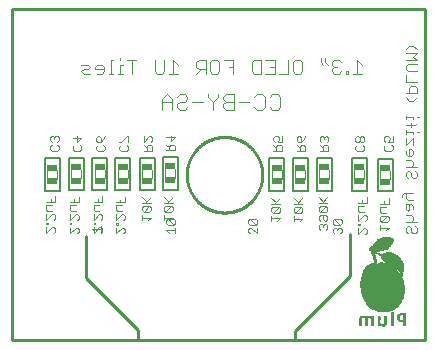
<source format=gbo>
G04 EAGLE Gerber RS-274X export*
G75*
%MOMM*%
%FSLAX34Y34*%
%LPD*%
%INSilkscreen Bottom*%
%IPPOS*%
%AMOC8*
5,1,8,0,0,1.08239X$1,22.5*%
G01*
%ADD10C,0.101600*%
%ADD11C,0.254000*%
%ADD12C,0.076200*%
%ADD13C,0.127000*%
%ADD14R,0.950000X0.500100*%
%ADD15C,0.254000*%

G36*
X317515Y23577D02*
X317515Y23577D01*
X317531Y23580D01*
X317547Y23578D01*
X317708Y23618D01*
X318141Y23806D01*
X318618Y23900D01*
X319157Y23972D01*
X319184Y23981D01*
X319221Y23985D01*
X321361Y24561D01*
X321379Y24570D01*
X321406Y24575D01*
X322436Y24960D01*
X322438Y24962D01*
X322442Y24963D01*
X322949Y25160D01*
X322972Y25175D01*
X323005Y25186D01*
X323959Y25700D01*
X323975Y25714D01*
X323999Y25725D01*
X324466Y26036D01*
X324478Y26048D01*
X324497Y26059D01*
X324938Y26404D01*
X324950Y26418D01*
X324970Y26431D01*
X325374Y26806D01*
X325795Y27160D01*
X325809Y27176D01*
X325831Y27192D01*
X326225Y27595D01*
X326230Y27603D01*
X326239Y27609D01*
X327375Y28863D01*
X327383Y28876D01*
X327397Y28889D01*
X328445Y30217D01*
X328450Y30228D01*
X328461Y30238D01*
X329439Y31619D01*
X329444Y31631D01*
X329455Y31643D01*
X330050Y32597D01*
X330054Y32608D01*
X330064Y32620D01*
X330609Y33605D01*
X330612Y33615D01*
X330619Y33625D01*
X331117Y34632D01*
X331119Y34640D01*
X331125Y34649D01*
X331355Y35161D01*
X331358Y35177D01*
X331369Y35196D01*
X331560Y35726D01*
X331561Y35731D01*
X331564Y35736D01*
X331743Y36270D01*
X331745Y36281D01*
X331751Y36293D01*
X332056Y37367D01*
X332058Y37402D01*
X332071Y37448D01*
X332131Y37980D01*
X332246Y38495D01*
X332246Y38506D01*
X332250Y38517D01*
X332444Y39628D01*
X332443Y39645D01*
X332449Y39665D01*
X332558Y40788D01*
X332558Y40796D01*
X332560Y40805D01*
X332595Y41368D01*
X332594Y41378D01*
X332596Y41390D01*
X332618Y42518D01*
X332616Y42525D01*
X332618Y42533D01*
X332604Y43662D01*
X332603Y43665D01*
X332604Y43669D01*
X332580Y44556D01*
X332574Y44797D01*
X332572Y44805D01*
X332573Y44815D01*
X332538Y45378D01*
X332532Y45400D01*
X332532Y45430D01*
X332442Y45959D01*
X332408Y46495D01*
X332399Y46527D01*
X332397Y46572D01*
X332281Y47088D01*
X332229Y47617D01*
X332220Y47647D01*
X332216Y47688D01*
X331957Y48741D01*
X331874Y49272D01*
X331864Y49299D01*
X331859Y49336D01*
X331546Y50405D01*
X331542Y50413D01*
X331541Y50423D01*
X331011Y52004D01*
X331003Y52017D01*
X330999Y52036D01*
X330476Y53300D01*
X330614Y53447D01*
X330638Y53485D01*
X330685Y53543D01*
X330960Y54027D01*
X330973Y54067D01*
X331003Y54128D01*
X331166Y54662D01*
X331169Y54699D01*
X331188Y54810D01*
X331185Y55373D01*
X331180Y55397D01*
X331181Y55429D01*
X331125Y55910D01*
X331212Y56356D01*
X331371Y56869D01*
X331375Y56912D01*
X331392Y56981D01*
X331418Y57361D01*
X331636Y57592D01*
X331655Y57622D01*
X331682Y57647D01*
X331718Y57722D01*
X331741Y57760D01*
X331744Y57778D01*
X331753Y57797D01*
X331904Y58327D01*
X331906Y58356D01*
X331918Y58394D01*
X331982Y58851D01*
X332016Y58867D01*
X332017Y58868D01*
X332083Y58941D01*
X332149Y59014D01*
X332149Y59015D01*
X332150Y59016D01*
X332152Y59022D01*
X332209Y59170D01*
X332317Y59707D01*
X332317Y59714D01*
X332320Y59720D01*
X332321Y59887D01*
X332229Y60443D01*
X332223Y60460D01*
X332222Y60481D01*
X332108Y60945D01*
X332144Y61317D01*
X332347Y61709D01*
X332368Y61785D01*
X332396Y61858D01*
X332395Y61882D01*
X332401Y61900D01*
X332395Y61945D01*
X332394Y62025D01*
X332297Y62579D01*
X332288Y62600D01*
X332285Y62628D01*
X332002Y63622D01*
X332048Y64056D01*
X332044Y64090D01*
X332050Y64124D01*
X332033Y64210D01*
X332029Y64254D01*
X332021Y64268D01*
X332017Y64287D01*
X331822Y64794D01*
X331802Y64827D01*
X331800Y64832D01*
X331796Y64846D01*
X331790Y64854D01*
X331780Y64879D01*
X331203Y65803D01*
X331049Y66168D01*
X331088Y66603D01*
X331085Y66630D01*
X331088Y66650D01*
X331078Y66692D01*
X331078Y66693D01*
X331072Y66783D01*
X331067Y66793D01*
X331066Y66801D01*
X331047Y66835D01*
X331000Y66934D01*
X330680Y67394D01*
X330663Y67410D01*
X330648Y67435D01*
X329946Y68248D01*
X329732Y68646D01*
X329552Y69130D01*
X329541Y69147D01*
X329537Y69166D01*
X329458Y69281D01*
X329447Y69299D01*
X329445Y69301D01*
X329443Y69304D01*
X329051Y69709D01*
X329037Y69718D01*
X329025Y69734D01*
X328605Y70111D01*
X328581Y70125D01*
X328554Y70151D01*
X328111Y70456D01*
X327709Y70791D01*
X327385Y71102D01*
X327197Y71522D01*
X327169Y71561D01*
X327150Y71605D01*
X327106Y71650D01*
X327082Y71684D01*
X327058Y71698D01*
X327033Y71724D01*
X326593Y72041D01*
X326555Y72058D01*
X326501Y72093D01*
X325984Y72320D01*
X325958Y72325D01*
X325927Y72341D01*
X325415Y72494D01*
X324920Y72703D01*
X324908Y72705D01*
X324894Y72713D01*
X324502Y72854D01*
X324259Y73160D01*
X324247Y73170D01*
X324236Y73187D01*
X323863Y73593D01*
X323843Y73608D01*
X323828Y73628D01*
X323733Y73687D01*
X323702Y73710D01*
X323695Y73711D01*
X323687Y73716D01*
X323177Y73928D01*
X323140Y73935D01*
X323089Y73955D01*
X322536Y74072D01*
X322519Y74072D01*
X322499Y74078D01*
X321379Y74226D01*
X321362Y74225D01*
X321340Y74230D01*
X320212Y74289D01*
X320203Y74287D01*
X320192Y74289D01*
X319062Y74303D01*
X319054Y74302D01*
X319044Y74303D01*
X318479Y74289D01*
X318466Y74286D01*
X318449Y74288D01*
X317992Y74249D01*
X317573Y74394D01*
X317530Y74400D01*
X317490Y74415D01*
X317419Y74415D01*
X317376Y74421D01*
X317354Y74415D01*
X317323Y74414D01*
X316770Y74318D01*
X316732Y74303D01*
X316672Y74290D01*
X316174Y74092D01*
X315664Y73945D01*
X315646Y73935D01*
X315620Y73929D01*
X315101Y73725D01*
X315087Y73716D01*
X315067Y73710D01*
X314572Y73471D01*
X313658Y73084D01*
X313553Y73039D01*
X313544Y73033D01*
X313532Y73030D01*
X313203Y72872D01*
X312333Y73116D01*
X311852Y73273D01*
X311358Y73471D01*
X311344Y73474D01*
X311329Y73482D01*
X310938Y73612D01*
X310864Y73621D01*
X310851Y73624D01*
X310775Y73680D01*
X310398Y73870D01*
X310355Y73881D01*
X310286Y73910D01*
X309800Y74023D01*
X308867Y74454D01*
X308848Y74459D01*
X308826Y74471D01*
X307842Y74824D01*
X307386Y75061D01*
X307359Y75068D01*
X307326Y75087D01*
X306822Y75269D01*
X306785Y75275D01*
X306675Y75299D01*
X306644Y75300D01*
X306432Y75500D01*
X306861Y75290D01*
X306890Y75282D01*
X306925Y75264D01*
X307460Y75088D01*
X307471Y75086D01*
X307484Y75081D01*
X308028Y74931D01*
X308044Y74930D01*
X308064Y74923D01*
X308617Y74813D01*
X308641Y74814D01*
X308671Y74806D01*
X309234Y74758D01*
X309255Y74760D01*
X309282Y74756D01*
X309845Y74763D01*
X309876Y74770D01*
X309908Y74768D01*
X309997Y74796D01*
X310040Y74805D01*
X310051Y74813D01*
X310067Y74818D01*
X310474Y75027D01*
X312062Y75143D01*
X312123Y75160D01*
X312186Y75168D01*
X312223Y75188D01*
X312253Y75197D01*
X312283Y75221D01*
X312332Y75247D01*
X312605Y75460D01*
X313014Y75539D01*
X314673Y75667D01*
X314691Y75672D01*
X314709Y75671D01*
X314852Y75718D01*
X314865Y75722D01*
X314866Y75722D01*
X314867Y75723D01*
X315310Y75956D01*
X315774Y76096D01*
X316299Y76186D01*
X316341Y76202D01*
X316385Y76209D01*
X316444Y76242D01*
X316484Y76258D01*
X316502Y76275D01*
X316530Y76291D01*
X316865Y76563D01*
X317291Y76643D01*
X317296Y76645D01*
X317302Y76645D01*
X317457Y76705D01*
X318402Y77272D01*
X318434Y77302D01*
X318508Y77358D01*
X318855Y77726D01*
X319264Y78035D01*
X319267Y78039D01*
X319271Y78041D01*
X319383Y78164D01*
X319613Y78521D01*
X319991Y78774D01*
X320006Y78789D01*
X320029Y78802D01*
X320454Y79149D01*
X320479Y79179D01*
X320553Y79259D01*
X320818Y79655D01*
X321150Y79958D01*
X321156Y79967D01*
X321162Y79971D01*
X321173Y79987D01*
X321194Y80004D01*
X321241Y80083D01*
X321267Y80119D01*
X321271Y80132D01*
X321279Y80147D01*
X321414Y80495D01*
X321749Y80750D01*
X321766Y80769D01*
X321788Y80782D01*
X321855Y80870D01*
X321880Y80899D01*
X321883Y80907D01*
X321889Y80914D01*
X322136Y81383D01*
X322437Y81816D01*
X322474Y81902D01*
X322513Y81986D01*
X322513Y81994D01*
X322515Y81999D01*
X322516Y82033D01*
X322523Y82152D01*
X322489Y82485D01*
X322711Y82777D01*
X322717Y82789D01*
X322726Y82799D01*
X322795Y82950D01*
X322921Y83421D01*
X323151Y83823D01*
X323453Y84274D01*
X323469Y84314D01*
X323505Y84375D01*
X323700Y84890D01*
X323710Y84956D01*
X323730Y85021D01*
X323726Y85054D01*
X323731Y85086D01*
X323715Y85152D01*
X323708Y85219D01*
X323691Y85252D01*
X323684Y85279D01*
X323660Y85312D01*
X323631Y85367D01*
X323319Y85782D01*
X323256Y85837D01*
X323197Y85897D01*
X323181Y85904D01*
X323170Y85913D01*
X323128Y85928D01*
X323045Y85965D01*
X322592Y86082D01*
X322234Y86316D01*
X322224Y86320D01*
X322216Y86327D01*
X322061Y86388D01*
X321563Y86490D01*
X321518Y86490D01*
X321440Y86500D01*
X321175Y86488D01*
X321049Y86692D01*
X321045Y86697D01*
X321042Y86704D01*
X320978Y86769D01*
X320914Y86837D01*
X320907Y86840D01*
X320902Y86845D01*
X320817Y86880D01*
X320732Y86918D01*
X320725Y86918D01*
X320718Y86921D01*
X320552Y86924D01*
X320104Y86859D01*
X319733Y86952D01*
X319344Y87135D01*
X319310Y87143D01*
X319280Y87159D01*
X319194Y87171D01*
X319151Y87182D01*
X319135Y87179D01*
X319115Y87182D01*
X318746Y87170D01*
X318505Y87372D01*
X318428Y87414D01*
X318353Y87459D01*
X318340Y87462D01*
X318330Y87467D01*
X318288Y87471D01*
X318189Y87489D01*
X317625Y87494D01*
X317613Y87492D01*
X317598Y87494D01*
X317034Y87469D01*
X317012Y87464D01*
X316982Y87464D01*
X316509Y87393D01*
X316046Y87481D01*
X316024Y87480D01*
X315996Y87487D01*
X315447Y87533D01*
X315403Y87528D01*
X315318Y87527D01*
X314764Y87428D01*
X314725Y87412D01*
X314663Y87398D01*
X314177Y87199D01*
X313725Y87069D01*
X313247Y87024D01*
X313215Y87015D01*
X313169Y87011D01*
X312638Y86874D01*
X312598Y86855D01*
X312513Y86824D01*
X312099Y86585D01*
X311633Y86468D01*
X311583Y86444D01*
X311530Y86430D01*
X311488Y86398D01*
X311454Y86382D01*
X311432Y86358D01*
X311396Y86331D01*
X311090Y86016D01*
X310691Y85884D01*
X310654Y85862D01*
X310590Y85837D01*
X310154Y85575D01*
X309680Y85411D01*
X309626Y85378D01*
X309567Y85354D01*
X309536Y85325D01*
X309509Y85309D01*
X309486Y85278D01*
X309446Y85240D01*
X309109Y84794D01*
X309105Y84786D01*
X309098Y84779D01*
X308477Y83891D01*
X308185Y83578D01*
X307768Y83383D01*
X307751Y83371D01*
X307731Y83364D01*
X307630Y83281D01*
X307608Y83265D01*
X307606Y83262D01*
X307603Y83259D01*
X307234Y82835D01*
X307224Y82817D01*
X307205Y82799D01*
X306598Y81955D01*
X306227Y81704D01*
X306201Y81678D01*
X306170Y81659D01*
X306119Y81594D01*
X306088Y81562D01*
X306081Y81545D01*
X306068Y81528D01*
X305800Y81033D01*
X305792Y81008D01*
X305785Y80997D01*
X305785Y80995D01*
X305774Y80978D01*
X305360Y79928D01*
X305356Y79901D01*
X305342Y79869D01*
X305139Y79083D01*
X304786Y79256D01*
X304743Y79267D01*
X304667Y79297D01*
X304130Y79407D01*
X304095Y79407D01*
X304061Y79416D01*
X303996Y79407D01*
X303931Y79407D01*
X303898Y79393D01*
X303864Y79388D01*
X303789Y79347D01*
X303748Y79330D01*
X303736Y79318D01*
X303718Y79308D01*
X303286Y78963D01*
X303277Y78953D01*
X303266Y78946D01*
X303162Y78817D01*
X302886Y78325D01*
X302876Y78295D01*
X302855Y78258D01*
X302655Y77730D01*
X302650Y77701D01*
X302635Y77664D01*
X302510Y77113D01*
X302510Y77079D01*
X302499Y77033D01*
X302465Y76470D01*
X302471Y76427D01*
X302476Y76332D01*
X302598Y75784D01*
X302610Y75758D01*
X302613Y75731D01*
X302650Y75668D01*
X302679Y75603D01*
X302700Y75583D01*
X302714Y75559D01*
X302795Y75495D01*
X302825Y75467D01*
X302834Y75464D01*
X302844Y75456D01*
X303299Y75205D01*
X303341Y75192D01*
X303427Y75156D01*
X303773Y75075D01*
X303906Y74875D01*
X303906Y74850D01*
X303899Y74810D01*
X303906Y74782D01*
X303906Y74743D01*
X303956Y74446D01*
X303970Y74408D01*
X303982Y74350D01*
X304183Y73824D01*
X304204Y73792D01*
X304223Y73743D01*
X304517Y73261D01*
X304526Y73251D01*
X304533Y73236D01*
X304827Y72812D01*
X305023Y72372D01*
X305316Y71320D01*
X305319Y71316D01*
X305319Y71310D01*
X305642Y70243D01*
X305899Y69159D01*
X305904Y69148D01*
X305906Y69134D01*
X306058Y68614D01*
X306164Y68082D01*
X306168Y68071D01*
X306169Y68058D01*
X306440Y66975D01*
X306790Y65235D01*
X306545Y65278D01*
X306517Y65277D01*
X306479Y65285D01*
X305915Y65308D01*
X305899Y65305D01*
X305879Y65308D01*
X305315Y65291D01*
X305295Y65286D01*
X305270Y65287D01*
X304710Y65219D01*
X304696Y65214D01*
X304678Y65214D01*
X304124Y65110D01*
X304101Y65101D01*
X304070Y65097D01*
X303007Y64773D01*
X302997Y64767D01*
X302983Y64765D01*
X302460Y64576D01*
X302432Y64559D01*
X302389Y64544D01*
X301403Y64003D01*
X301387Y63990D01*
X301363Y63979D01*
X300900Y63666D01*
X300882Y63648D01*
X300854Y63631D01*
X300426Y63262D01*
X300419Y63252D01*
X300407Y63244D01*
X299999Y62853D01*
X299994Y62844D01*
X299984Y62837D01*
X299594Y62428D01*
X299587Y62416D01*
X299574Y62406D01*
X299210Y61974D01*
X299201Y61959D01*
X299185Y61943D01*
X298858Y61484D01*
X298851Y61469D01*
X298837Y61453D01*
X298251Y60487D01*
X298245Y60472D01*
X298233Y60455D01*
X297720Y59449D01*
X297705Y59393D01*
X297677Y59352D01*
X297572Y59123D01*
X297567Y59100D01*
X297552Y59072D01*
X297384Y58565D01*
X297164Y58076D01*
X297161Y58060D01*
X297151Y58042D01*
X296959Y57516D01*
X296957Y57508D01*
X296952Y57498D01*
X296444Y55913D01*
X296443Y55905D01*
X296439Y55896D01*
X296137Y54829D01*
X296136Y54823D01*
X296133Y54816D01*
X295996Y54278D01*
X295996Y54266D01*
X295990Y54253D01*
X295885Y53723D01*
X295586Y52664D01*
X295585Y52647D01*
X295577Y52627D01*
X295246Y50983D01*
X295246Y50968D01*
X295240Y50950D01*
X295093Y49839D01*
X295094Y49823D01*
X295089Y49804D01*
X295056Y49274D01*
X294955Y48761D01*
X294956Y48729D01*
X294946Y48686D01*
X294922Y48123D01*
X294923Y48116D01*
X294922Y48107D01*
X294909Y46979D01*
X294910Y46970D01*
X294909Y46960D01*
X294952Y45329D01*
X294957Y45307D01*
X294956Y45279D01*
X295239Y43075D01*
X295246Y43054D01*
X295248Y43026D01*
X295367Y42511D01*
X295424Y41981D01*
X295434Y41949D01*
X295439Y41901D01*
X295728Y40860D01*
X295795Y40349D01*
X295807Y40315D01*
X295814Y40266D01*
X296307Y38687D01*
X296314Y38674D01*
X296318Y38656D01*
X296718Y37621D01*
X296721Y37616D01*
X296723Y37609D01*
X297157Y36574D01*
X297165Y36561D01*
X297171Y36543D01*
X297408Y36070D01*
X297615Y35574D01*
X297621Y35565D01*
X297625Y35552D01*
X297867Y35043D01*
X297869Y35040D01*
X297871Y35035D01*
X298372Y34026D01*
X298375Y34022D01*
X298376Y34017D01*
X299421Y32017D01*
X299426Y32010D01*
X299430Y32000D01*
X299981Y31037D01*
X299988Y31029D01*
X299993Y31016D01*
X300598Y30068D01*
X300612Y30053D01*
X300625Y30029D01*
X301318Y29139D01*
X301330Y29129D01*
X301341Y29112D01*
X301710Y28703D01*
X302049Y28287D01*
X302079Y28262D01*
X302116Y28219D01*
X302538Y27867D01*
X303352Y27108D01*
X303383Y27088D01*
X303422Y27053D01*
X304368Y26443D01*
X304376Y26440D01*
X304384Y26433D01*
X304869Y26145D01*
X304891Y26138D01*
X304914Y26121D01*
X305423Y25886D01*
X305434Y25883D01*
X305445Y25876D01*
X305924Y25682D01*
X306410Y25439D01*
X306424Y25435D01*
X306439Y25426D01*
X306943Y25213D01*
X306950Y25212D01*
X306957Y25208D01*
X308529Y24597D01*
X308538Y24596D01*
X308548Y24591D01*
X309081Y24407D01*
X309095Y24405D01*
X309111Y24398D01*
X310199Y24099D01*
X310212Y24098D01*
X310228Y24092D01*
X311327Y23860D01*
X311348Y23859D01*
X311374Y23852D01*
X311932Y23789D01*
X311959Y23792D01*
X311995Y23786D01*
X312559Y23793D01*
X312564Y23795D01*
X312570Y23794D01*
X314261Y23853D01*
X314271Y23855D01*
X314284Y23854D01*
X314829Y23899D01*
X315337Y23905D01*
X315859Y23835D01*
X315877Y23836D01*
X315900Y23831D01*
X316357Y23807D01*
X316722Y23624D01*
X316757Y23615D01*
X316787Y23597D01*
X316871Y23584D01*
X316914Y23572D01*
X316931Y23574D01*
X316952Y23571D01*
X317515Y23577D01*
G37*
G36*
X295753Y11728D02*
X295753Y11728D01*
X295795Y11727D01*
X295849Y11748D01*
X295906Y11760D01*
X295941Y11784D01*
X295980Y11799D01*
X296022Y11839D01*
X296070Y11872D01*
X296093Y11908D01*
X296123Y11937D01*
X296154Y12003D01*
X296177Y12040D01*
X296181Y12062D01*
X296193Y12088D01*
X296314Y12532D01*
X296317Y12577D01*
X296332Y12660D01*
X296360Y17177D01*
X296374Y17722D01*
X296412Y18177D01*
X296561Y18482D01*
X296821Y18667D01*
X297195Y18731D01*
X297645Y18686D01*
X298119Y18551D01*
X298600Y18356D01*
X298989Y18163D01*
X299114Y18003D01*
X299114Y12525D01*
X299133Y12434D01*
X299148Y12344D01*
X299153Y12337D01*
X299154Y12330D01*
X299175Y12300D01*
X299233Y12201D01*
X299493Y11896D01*
X299519Y11876D01*
X299538Y11849D01*
X299596Y11815D01*
X299650Y11773D01*
X299681Y11764D01*
X299709Y11748D01*
X299799Y11733D01*
X299842Y11721D01*
X299856Y11723D01*
X299873Y11720D01*
X300439Y11720D01*
X300446Y11721D01*
X300453Y11720D01*
X300616Y11753D01*
X301025Y11908D01*
X301041Y11918D01*
X301058Y11922D01*
X301124Y11970D01*
X301194Y12014D01*
X301204Y12029D01*
X301218Y12039D01*
X301260Y12110D01*
X301307Y12178D01*
X301311Y12195D01*
X301320Y12210D01*
X301345Y12362D01*
X301348Y12372D01*
X301347Y12373D01*
X301348Y12374D01*
X301350Y16889D01*
X301383Y17955D01*
X301483Y18342D01*
X301683Y18594D01*
X301989Y18718D01*
X302395Y18716D01*
X302852Y18604D01*
X303322Y18417D01*
X303785Y18178D01*
X304085Y17993D01*
X304163Y17722D01*
X304169Y16099D01*
X304134Y12713D01*
X304136Y12707D01*
X304135Y12702D01*
X304141Y12677D01*
X304140Y12634D01*
X304213Y12146D01*
X304237Y12079D01*
X304253Y12009D01*
X304271Y11986D01*
X304280Y11959D01*
X304329Y11907D01*
X304371Y11849D01*
X304396Y11834D01*
X304416Y11813D01*
X304481Y11784D01*
X304542Y11748D01*
X304574Y11742D01*
X304597Y11732D01*
X304640Y11731D01*
X304706Y11720D01*
X305837Y11720D01*
X305933Y11740D01*
X306028Y11758D01*
X306030Y11759D01*
X306032Y11760D01*
X306113Y11815D01*
X306193Y11869D01*
X306194Y11871D01*
X306196Y11872D01*
X306249Y11956D01*
X306301Y12036D01*
X306302Y12038D01*
X306303Y12040D01*
X306305Y12055D01*
X306336Y12199D01*
X306358Y12742D01*
X306356Y12751D01*
X306358Y12762D01*
X306364Y20104D01*
X306347Y20185D01*
X306336Y20267D01*
X306328Y20282D01*
X306324Y20299D01*
X306277Y20367D01*
X306235Y20438D01*
X306222Y20448D01*
X306212Y20463D01*
X306142Y20507D01*
X306076Y20557D01*
X306057Y20562D01*
X306044Y20570D01*
X306000Y20577D01*
X305915Y20601D01*
X305403Y20653D01*
X305380Y20651D01*
X305352Y20656D01*
X304787Y20656D01*
X304770Y20653D01*
X304753Y20655D01*
X304673Y20633D01*
X304592Y20616D01*
X304578Y20607D01*
X304561Y20602D01*
X304496Y20551D01*
X304428Y20504D01*
X304419Y20490D01*
X304405Y20479D01*
X304322Y20339D01*
X304321Y20336D01*
X304229Y20097D01*
X303744Y20342D01*
X303731Y20346D01*
X303715Y20356D01*
X303196Y20578D01*
X303175Y20582D01*
X303150Y20595D01*
X302612Y20765D01*
X302567Y20770D01*
X302485Y20788D01*
X301541Y20834D01*
X301498Y20827D01*
X301405Y20821D01*
X300855Y20695D01*
X300817Y20677D01*
X300812Y20675D01*
X300771Y20667D01*
X300752Y20653D01*
X300722Y20643D01*
X300231Y20365D01*
X300197Y20336D01*
X300129Y20288D01*
X299786Y19954D01*
X299691Y19910D01*
X298911Y20318D01*
X298891Y20324D01*
X298868Y20338D01*
X298346Y20552D01*
X298327Y20555D01*
X298305Y20566D01*
X297765Y20734D01*
X297734Y20737D01*
X297694Y20751D01*
X297136Y20838D01*
X297099Y20836D01*
X297044Y20844D01*
X296481Y20826D01*
X296440Y20817D01*
X296376Y20812D01*
X295829Y20676D01*
X295788Y20657D01*
X295713Y20631D01*
X295216Y20364D01*
X295184Y20337D01*
X295101Y20279D01*
X294701Y19883D01*
X294677Y19847D01*
X294616Y19770D01*
X294343Y19278D01*
X294332Y19243D01*
X294290Y19136D01*
X294178Y18585D01*
X294178Y18548D01*
X294168Y18494D01*
X294137Y16799D01*
X294138Y16796D01*
X294137Y16791D01*
X294131Y12270D01*
X294148Y12187D01*
X294160Y12103D01*
X294168Y12090D01*
X294171Y12075D01*
X294218Y12005D01*
X294262Y11933D01*
X294274Y11923D01*
X294283Y11911D01*
X294354Y11865D01*
X294422Y11815D01*
X294439Y11811D01*
X294450Y11803D01*
X294494Y11796D01*
X294583Y11772D01*
X295098Y11722D01*
X295119Y11725D01*
X295146Y11720D01*
X295711Y11720D01*
X295753Y11728D01*
G37*
G36*
X332638Y11723D02*
X332638Y11723D01*
X332653Y11721D01*
X332815Y11758D01*
X333214Y11924D01*
X333223Y11930D01*
X333233Y11932D01*
X333305Y11986D01*
X333379Y12036D01*
X333385Y12044D01*
X333393Y12051D01*
X333439Y12128D01*
X333487Y12202D01*
X333489Y12213D01*
X333494Y12222D01*
X333522Y12386D01*
X333516Y18033D01*
X333516Y18036D01*
X333516Y18039D01*
X333487Y18203D01*
X333397Y18451D01*
X333424Y18489D01*
X333453Y18554D01*
X333489Y18615D01*
X333494Y18647D01*
X333505Y18671D01*
X333505Y18713D01*
X333516Y18779D01*
X333516Y22742D01*
X333514Y22756D01*
X333516Y22770D01*
X333494Y22853D01*
X333477Y22937D01*
X333469Y22949D01*
X333465Y22963D01*
X333413Y23030D01*
X333364Y23101D01*
X333352Y23109D01*
X333343Y23120D01*
X333269Y23162D01*
X333197Y23208D01*
X333183Y23210D01*
X333170Y23217D01*
X333005Y23241D01*
X330742Y23187D01*
X330733Y23185D01*
X330722Y23186D01*
X330157Y23150D01*
X330146Y23147D01*
X330132Y23148D01*
X329570Y23084D01*
X329550Y23078D01*
X329523Y23077D01*
X328969Y22960D01*
X328946Y22949D01*
X328913Y22944D01*
X328376Y22763D01*
X328355Y22750D01*
X328323Y22741D01*
X327812Y22500D01*
X327784Y22479D01*
X327741Y22459D01*
X327276Y22138D01*
X327251Y22111D01*
X327209Y22082D01*
X326807Y21684D01*
X326785Y21651D01*
X326744Y21608D01*
X326428Y21140D01*
X326413Y21104D01*
X326383Y21056D01*
X326162Y20535D01*
X326155Y20500D01*
X326135Y20455D01*
X326006Y19904D01*
X326005Y19870D01*
X325994Y19824D01*
X325955Y19260D01*
X325958Y19234D01*
X325954Y19201D01*
X325982Y18636D01*
X326000Y18567D01*
X326009Y18497D01*
X326021Y18477D01*
X326020Y18472D01*
X326022Y18449D01*
X326019Y18431D01*
X326030Y18388D01*
X326040Y18306D01*
X326200Y17766D01*
X326217Y17732D01*
X326234Y17680D01*
X326491Y17177D01*
X326511Y17152D01*
X326531Y17112D01*
X326862Y16654D01*
X326888Y16631D01*
X326915Y16592D01*
X327317Y16195D01*
X327347Y16176D01*
X327383Y16140D01*
X327847Y15818D01*
X327877Y15805D01*
X327914Y15779D01*
X328421Y15532D01*
X328449Y15525D01*
X328482Y15508D01*
X329018Y15329D01*
X329041Y15326D01*
X329069Y15315D01*
X329621Y15194D01*
X329638Y15194D01*
X329659Y15187D01*
X330219Y15110D01*
X330234Y15111D01*
X330253Y15106D01*
X331209Y15040D01*
X331213Y15036D01*
X331206Y12433D01*
X331221Y12361D01*
X331227Y12288D01*
X331240Y12264D01*
X331245Y12238D01*
X331287Y12178D01*
X331321Y12113D01*
X331344Y12093D01*
X331357Y12074D01*
X331394Y12051D01*
X331448Y12004D01*
X331800Y11792D01*
X331849Y11774D01*
X331894Y11748D01*
X331951Y11738D01*
X331988Y11725D01*
X332018Y11727D01*
X332058Y11720D01*
X332623Y11720D01*
X332638Y11723D01*
G37*
G36*
X314888Y11526D02*
X314888Y11526D01*
X314929Y11535D01*
X314992Y11538D01*
X315543Y11659D01*
X315584Y11677D01*
X315662Y11702D01*
X316164Y11957D01*
X316199Y11985D01*
X316272Y12032D01*
X316690Y12411D01*
X316715Y12444D01*
X316781Y12521D01*
X317074Y13002D01*
X317089Y13042D01*
X317131Y13134D01*
X317274Y13678D01*
X317276Y13717D01*
X317289Y13771D01*
X317329Y14335D01*
X317327Y14346D01*
X317330Y14360D01*
X317349Y15491D01*
X317349Y15494D01*
X317349Y15499D01*
X317355Y20020D01*
X317355Y20021D01*
X317355Y20157D01*
X317353Y20165D01*
X317355Y20173D01*
X317334Y20262D01*
X317315Y20352D01*
X317310Y20359D01*
X317309Y20367D01*
X317255Y20440D01*
X317203Y20516D01*
X317196Y20520D01*
X317191Y20527D01*
X317112Y20573D01*
X317035Y20623D01*
X317027Y20624D01*
X317020Y20628D01*
X316856Y20656D01*
X315725Y20656D01*
X315681Y20647D01*
X315636Y20648D01*
X315585Y20627D01*
X315530Y20616D01*
X315493Y20591D01*
X315451Y20574D01*
X315412Y20535D01*
X315366Y20504D01*
X315342Y20466D01*
X315310Y20434D01*
X315282Y20372D01*
X315259Y20336D01*
X315255Y20312D01*
X315242Y20282D01*
X315127Y19838D01*
X315124Y19794D01*
X315111Y19703D01*
X315143Y18014D01*
X315138Y16331D01*
X315087Y14663D01*
X315034Y14188D01*
X314904Y13856D01*
X314673Y13676D01*
X314308Y13615D01*
X313859Y13658D01*
X313385Y13794D01*
X312900Y13990D01*
X312420Y14219D01*
X312110Y14397D01*
X312036Y14609D01*
X312074Y19044D01*
X312073Y19049D01*
X312074Y19055D01*
X312058Y20164D01*
X312057Y20169D01*
X312058Y20173D01*
X312036Y20266D01*
X312016Y20358D01*
X312013Y20362D01*
X312012Y20367D01*
X311956Y20443D01*
X311901Y20521D01*
X311897Y20523D01*
X311894Y20527D01*
X311812Y20575D01*
X311732Y20625D01*
X311727Y20626D01*
X311723Y20628D01*
X311559Y20656D01*
X310428Y20656D01*
X310349Y20640D01*
X310268Y20630D01*
X310252Y20620D01*
X310234Y20616D01*
X310167Y20571D01*
X310096Y20530D01*
X310085Y20515D01*
X310070Y20504D01*
X310026Y20436D01*
X309977Y20371D01*
X309972Y20350D01*
X309963Y20336D01*
X309955Y20292D01*
X309932Y20210D01*
X309877Y19700D01*
X309879Y19677D01*
X309874Y19647D01*
X309874Y12299D01*
X309888Y12233D01*
X309892Y12166D01*
X309907Y12137D01*
X309914Y12104D01*
X309952Y12049D01*
X309982Y11989D01*
X310008Y11968D01*
X310026Y11941D01*
X310083Y11904D01*
X310135Y11861D01*
X310170Y11849D01*
X310194Y11834D01*
X310234Y11827D01*
X310292Y11807D01*
X310777Y11727D01*
X310812Y11728D01*
X310858Y11720D01*
X311424Y11720D01*
X311460Y11727D01*
X311496Y11725D01*
X311556Y11747D01*
X311619Y11760D01*
X311649Y11780D01*
X311683Y11793D01*
X311730Y11836D01*
X311782Y11872D01*
X311802Y11903D01*
X311829Y11928D01*
X311865Y12002D01*
X311889Y12040D01*
X311892Y12057D01*
X311902Y12077D01*
X311969Y12303D01*
X311973Y12301D01*
X312478Y12048D01*
X312494Y12043D01*
X312511Y12032D01*
X313034Y11817D01*
X313053Y11814D01*
X313075Y11802D01*
X313615Y11634D01*
X313645Y11631D01*
X313685Y11618D01*
X314242Y11529D01*
X314277Y11530D01*
X314324Y11523D01*
X314888Y11526D01*
G37*
%LPC*%
G36*
X309362Y64846D02*
X309362Y64846D01*
X309331Y64993D01*
X308979Y67203D01*
X308966Y67239D01*
X308956Y67292D01*
X308784Y67778D01*
X308681Y68296D01*
X308669Y68325D01*
X308661Y68366D01*
X308482Y68869D01*
X308226Y69889D01*
X308127Y70422D01*
X308122Y70434D01*
X308121Y70449D01*
X307990Y70992D01*
X307984Y71005D01*
X307982Y71022D01*
X307486Y72633D01*
X307479Y72645D01*
X307475Y72663D01*
X307139Y73548D01*
X308284Y73151D01*
X308572Y73051D01*
X309574Y72599D01*
X309595Y72595D01*
X309620Y72582D01*
X310026Y72444D01*
X310103Y72434D01*
X310122Y72430D01*
X310206Y72372D01*
X310589Y72191D01*
X310599Y72189D01*
X310611Y72182D01*
X311111Y71976D01*
X312030Y71517D01*
X312312Y71230D01*
X312512Y70836D01*
X312666Y70338D01*
X312677Y70319D01*
X312683Y70292D01*
X312902Y69772D01*
X312908Y69763D01*
X312911Y69752D01*
X313395Y68731D01*
X313407Y68714D01*
X313417Y68689D01*
X313994Y67720D01*
X314006Y67707D01*
X314016Y67687D01*
X314342Y67226D01*
X314349Y67219D01*
X314355Y67208D01*
X314702Y66762D01*
X314713Y66753D01*
X314722Y66739D01*
X315469Y65891D01*
X315477Y65885D01*
X315484Y65875D01*
X315876Y65468D01*
X315886Y65462D01*
X315895Y65450D01*
X315989Y65362D01*
X315009Y65599D01*
X315005Y65599D01*
X315001Y65601D01*
X314450Y65723D01*
X314436Y65724D01*
X314418Y65730D01*
X313860Y65816D01*
X313846Y65816D01*
X313829Y65820D01*
X313267Y65872D01*
X313255Y65871D01*
X313241Y65873D01*
X312676Y65896D01*
X312661Y65893D01*
X312641Y65896D01*
X312077Y65879D01*
X312038Y65869D01*
X311978Y65866D01*
X311431Y65737D01*
X311404Y65725D01*
X311366Y65717D01*
X310847Y65518D01*
X310827Y65505D01*
X310798Y65496D01*
X309822Y64996D01*
X309408Y64845D01*
X309362Y64846D01*
G37*
%LPD*%
G36*
X322342Y11733D02*
X322342Y11733D01*
X322406Y11737D01*
X322443Y11754D01*
X322473Y11760D01*
X322506Y11782D01*
X322558Y11806D01*
X322895Y12033D01*
X322937Y12076D01*
X322986Y12112D01*
X323006Y12146D01*
X323035Y12175D01*
X323057Y12231D01*
X323087Y12283D01*
X323095Y12329D01*
X323107Y12360D01*
X323107Y12396D01*
X323115Y12447D01*
X323115Y23751D01*
X323113Y23759D01*
X323115Y23767D01*
X323094Y23856D01*
X323075Y23946D01*
X323071Y23953D01*
X323069Y23961D01*
X323015Y24034D01*
X322963Y24110D01*
X322956Y24114D01*
X322951Y24121D01*
X322873Y24167D01*
X322795Y24217D01*
X322787Y24218D01*
X322780Y24222D01*
X322616Y24250D01*
X321441Y24250D01*
X321351Y24232D01*
X321260Y24216D01*
X321254Y24212D01*
X321247Y24210D01*
X321170Y24158D01*
X321093Y24108D01*
X321089Y24102D01*
X321083Y24098D01*
X321033Y24020D01*
X320981Y23943D01*
X320979Y23936D01*
X320976Y23930D01*
X320970Y23895D01*
X320943Y23781D01*
X320910Y23249D01*
X320912Y23235D01*
X320909Y23218D01*
X320909Y12480D01*
X320916Y12449D01*
X320913Y12416D01*
X320935Y12352D01*
X320949Y12285D01*
X320967Y12259D01*
X320977Y12228D01*
X321036Y12158D01*
X321062Y12121D01*
X321073Y12114D01*
X321084Y12101D01*
X321389Y11840D01*
X321470Y11795D01*
X321549Y11748D01*
X321557Y11746D01*
X321562Y11743D01*
X321597Y11740D01*
X321713Y11720D01*
X322278Y11720D01*
X322342Y11733D01*
G37*
%LPC*%
G36*
X330833Y17049D02*
X330833Y17049D01*
X330309Y17115D01*
X329813Y17219D01*
X329369Y17385D01*
X328983Y17632D01*
X328660Y17952D01*
X328390Y18380D01*
X328363Y18409D01*
X328329Y18458D01*
X328326Y18462D01*
X328331Y18521D01*
X328342Y18561D01*
X328337Y18588D01*
X328341Y18624D01*
X328298Y19147D01*
X328337Y19611D01*
X328473Y20025D01*
X328715Y20386D01*
X329051Y20689D01*
X329448Y20922D01*
X329899Y21067D01*
X330395Y21151D01*
X331207Y21201D01*
X331242Y20240D01*
X331256Y18550D01*
X331266Y18501D01*
X331266Y18492D01*
X331256Y18434D01*
X331244Y17028D01*
X331236Y17024D01*
X330833Y17049D01*
G37*
%LPD*%
%LPC*%
G36*
X328732Y56412D02*
X328732Y56412D01*
X328729Y56415D01*
X328726Y56420D01*
X328403Y56882D01*
X328398Y56887D01*
X328394Y56894D01*
X327718Y57798D01*
X327704Y57811D01*
X327690Y57832D01*
X326938Y58673D01*
X326930Y58679D01*
X326923Y58690D01*
X326133Y59494D01*
X326120Y59502D01*
X326112Y59514D01*
X326039Y59558D01*
X326017Y59572D01*
X325790Y59832D01*
X325773Y59845D01*
X325757Y59866D01*
X325347Y60255D01*
X325335Y60262D01*
X325324Y60275D01*
X325224Y60359D01*
X325256Y60345D01*
X325708Y60095D01*
X326174Y59803D01*
X326185Y59799D01*
X326197Y59789D01*
X327164Y59252D01*
X327612Y58947D01*
X327647Y58933D01*
X327691Y58904D01*
X327887Y58817D01*
X327918Y58677D01*
X328551Y57126D01*
X328728Y56620D01*
X328829Y56267D01*
X328732Y56412D01*
G37*
%LPD*%
D10*
X296459Y233369D02*
X292561Y237267D01*
X292561Y225573D01*
X296459Y225573D02*
X288663Y225573D01*
X284765Y225573D02*
X284765Y227522D01*
X282816Y227522D01*
X282816Y225573D01*
X284765Y225573D01*
X278918Y235318D02*
X276969Y237267D01*
X273071Y237267D01*
X271122Y235318D01*
X271122Y233369D01*
X273071Y231420D01*
X275020Y231420D01*
X273071Y231420D02*
X271122Y229471D01*
X271122Y227522D01*
X273071Y225573D01*
X276969Y225573D01*
X278918Y227522D01*
X265275Y235318D02*
X265275Y239216D01*
X265275Y235318D02*
X267224Y233369D01*
X261377Y235318D02*
X261377Y239216D01*
X261377Y235318D02*
X263326Y233369D01*
X243836Y237267D02*
X239938Y237267D01*
X243836Y237267D02*
X245785Y235318D01*
X245785Y227522D01*
X243836Y225573D01*
X239938Y225573D01*
X237989Y227522D01*
X237989Y235318D01*
X239938Y237267D01*
X234091Y237267D02*
X234091Y225573D01*
X226295Y225573D01*
X222397Y237267D02*
X214601Y237267D01*
X222397Y237267D02*
X222397Y225573D01*
X214601Y225573D01*
X218499Y231420D02*
X222397Y231420D01*
X210703Y237267D02*
X210703Y225573D01*
X204856Y225573D01*
X202907Y227522D01*
X202907Y235318D01*
X204856Y237267D01*
X210703Y237267D01*
X187315Y237267D02*
X187315Y225573D01*
X187315Y237267D02*
X179519Y237267D01*
X183417Y231420D02*
X187315Y231420D01*
X173672Y237267D02*
X169774Y237267D01*
X173672Y237267D02*
X175621Y235318D01*
X175621Y227522D01*
X173672Y225573D01*
X169774Y225573D01*
X167825Y227522D01*
X167825Y235318D01*
X169774Y237267D01*
X163927Y237267D02*
X163927Y225573D01*
X163927Y237267D02*
X158080Y237267D01*
X156131Y235318D01*
X156131Y231420D01*
X158080Y229471D01*
X163927Y229471D01*
X160029Y229471D02*
X156131Y225573D01*
X140539Y233369D02*
X136641Y237267D01*
X136641Y225573D01*
X140539Y225573D02*
X132743Y225573D01*
X128845Y227522D02*
X128845Y237267D01*
X128845Y227522D02*
X126896Y225573D01*
X122998Y225573D01*
X121049Y227522D01*
X121049Y237267D01*
X101559Y237267D02*
X101559Y225573D01*
X105457Y237267D02*
X97661Y237267D01*
X93763Y233369D02*
X91814Y233369D01*
X91814Y225573D01*
X93763Y225573D02*
X89865Y225573D01*
X91814Y237267D02*
X91814Y239216D01*
X85967Y237267D02*
X84018Y237267D01*
X84018Y225573D01*
X85967Y225573D02*
X82069Y225573D01*
X76222Y225573D02*
X72324Y225573D01*
X76222Y225573D02*
X78171Y227522D01*
X78171Y231420D01*
X76222Y233369D01*
X72324Y233369D01*
X70375Y231420D01*
X70375Y229471D01*
X78171Y229471D01*
X66477Y225573D02*
X60630Y225573D01*
X58681Y227522D01*
X60630Y229471D01*
X64528Y229471D01*
X66477Y231420D01*
X64528Y233369D01*
X58681Y233369D01*
D11*
X148000Y140000D02*
X148010Y140785D01*
X148039Y141570D01*
X148087Y142354D01*
X148154Y143137D01*
X148241Y143917D01*
X148346Y144695D01*
X148471Y145471D01*
X148615Y146243D01*
X148778Y147011D01*
X148959Y147775D01*
X149159Y148535D01*
X149378Y149289D01*
X149615Y150038D01*
X149871Y150780D01*
X150144Y151517D01*
X150436Y152246D01*
X150745Y152968D01*
X151072Y153682D01*
X151417Y154388D01*
X151779Y155085D01*
X152157Y155773D01*
X152553Y156451D01*
X152965Y157120D01*
X153393Y157778D01*
X153837Y158426D01*
X154297Y159062D01*
X154773Y159687D01*
X155264Y160301D01*
X155769Y160902D01*
X156290Y161490D01*
X156824Y162065D01*
X157373Y162627D01*
X157935Y163176D01*
X158510Y163710D01*
X159098Y164231D01*
X159699Y164736D01*
X160313Y165227D01*
X160938Y165703D01*
X161574Y166163D01*
X162222Y166607D01*
X162880Y167035D01*
X163549Y167447D01*
X164227Y167843D01*
X164915Y168221D01*
X165612Y168583D01*
X166318Y168928D01*
X167032Y169255D01*
X167754Y169564D01*
X168483Y169856D01*
X169220Y170129D01*
X169962Y170385D01*
X170711Y170622D01*
X171465Y170841D01*
X172225Y171041D01*
X172989Y171222D01*
X173757Y171385D01*
X174529Y171529D01*
X175305Y171654D01*
X176083Y171759D01*
X176863Y171846D01*
X177646Y171913D01*
X178430Y171961D01*
X179215Y171990D01*
X180000Y172000D01*
X180785Y171990D01*
X181570Y171961D01*
X182354Y171913D01*
X183137Y171846D01*
X183917Y171759D01*
X184695Y171654D01*
X185471Y171529D01*
X186243Y171385D01*
X187011Y171222D01*
X187775Y171041D01*
X188535Y170841D01*
X189289Y170622D01*
X190038Y170385D01*
X190780Y170129D01*
X191517Y169856D01*
X192246Y169564D01*
X192968Y169255D01*
X193682Y168928D01*
X194388Y168583D01*
X195085Y168221D01*
X195773Y167843D01*
X196451Y167447D01*
X197120Y167035D01*
X197778Y166607D01*
X198426Y166163D01*
X199062Y165703D01*
X199687Y165227D01*
X200301Y164736D01*
X200902Y164231D01*
X201490Y163710D01*
X202065Y163176D01*
X202627Y162627D01*
X203176Y162065D01*
X203710Y161490D01*
X204231Y160902D01*
X204736Y160301D01*
X205227Y159687D01*
X205703Y159062D01*
X206163Y158426D01*
X206607Y157778D01*
X207035Y157120D01*
X207447Y156451D01*
X207843Y155773D01*
X208221Y155085D01*
X208583Y154388D01*
X208928Y153682D01*
X209255Y152968D01*
X209564Y152246D01*
X209856Y151517D01*
X210129Y150780D01*
X210385Y150038D01*
X210622Y149289D01*
X210841Y148535D01*
X211041Y147775D01*
X211222Y147011D01*
X211385Y146243D01*
X211529Y145471D01*
X211654Y144695D01*
X211759Y143917D01*
X211846Y143137D01*
X211913Y142354D01*
X211961Y141570D01*
X211990Y140785D01*
X212000Y140000D01*
X211990Y139215D01*
X211961Y138430D01*
X211913Y137646D01*
X211846Y136863D01*
X211759Y136083D01*
X211654Y135305D01*
X211529Y134529D01*
X211385Y133757D01*
X211222Y132989D01*
X211041Y132225D01*
X210841Y131465D01*
X210622Y130711D01*
X210385Y129962D01*
X210129Y129220D01*
X209856Y128483D01*
X209564Y127754D01*
X209255Y127032D01*
X208928Y126318D01*
X208583Y125612D01*
X208221Y124915D01*
X207843Y124227D01*
X207447Y123549D01*
X207035Y122880D01*
X206607Y122222D01*
X206163Y121574D01*
X205703Y120938D01*
X205227Y120313D01*
X204736Y119699D01*
X204231Y119098D01*
X203710Y118510D01*
X203176Y117935D01*
X202627Y117373D01*
X202065Y116824D01*
X201490Y116290D01*
X200902Y115769D01*
X200301Y115264D01*
X199687Y114773D01*
X199062Y114297D01*
X198426Y113837D01*
X197778Y113393D01*
X197120Y112965D01*
X196451Y112553D01*
X195773Y112157D01*
X195085Y111779D01*
X194388Y111417D01*
X193682Y111072D01*
X192968Y110745D01*
X192246Y110436D01*
X191517Y110144D01*
X190780Y109871D01*
X190038Y109615D01*
X189289Y109378D01*
X188535Y109159D01*
X187775Y108959D01*
X187011Y108778D01*
X186243Y108615D01*
X185471Y108471D01*
X184695Y108346D01*
X183917Y108241D01*
X183137Y108154D01*
X182354Y108087D01*
X181570Y108039D01*
X180785Y108010D01*
X180000Y108000D01*
X179215Y108010D01*
X178430Y108039D01*
X177646Y108087D01*
X176863Y108154D01*
X176083Y108241D01*
X175305Y108346D01*
X174529Y108471D01*
X173757Y108615D01*
X172989Y108778D01*
X172225Y108959D01*
X171465Y109159D01*
X170711Y109378D01*
X169962Y109615D01*
X169220Y109871D01*
X168483Y110144D01*
X167754Y110436D01*
X167032Y110745D01*
X166318Y111072D01*
X165612Y111417D01*
X164915Y111779D01*
X164227Y112157D01*
X163549Y112553D01*
X162880Y112965D01*
X162222Y113393D01*
X161574Y113837D01*
X160938Y114297D01*
X160313Y114773D01*
X159699Y115264D01*
X159098Y115769D01*
X158510Y116290D01*
X157935Y116824D01*
X157373Y117373D01*
X156824Y117935D01*
X156290Y118510D01*
X155769Y119098D01*
X155264Y119699D01*
X154773Y120313D01*
X154297Y120938D01*
X153837Y121574D01*
X153393Y122222D01*
X152965Y122880D01*
X152553Y123549D01*
X152157Y124227D01*
X151779Y124915D01*
X151417Y125612D01*
X151072Y126318D01*
X150745Y127032D01*
X150436Y127754D01*
X150144Y128483D01*
X149871Y129220D01*
X149615Y129962D01*
X149378Y130711D01*
X149159Y131465D01*
X148959Y132225D01*
X148778Y132989D01*
X148615Y133757D01*
X148471Y134529D01*
X148346Y135305D01*
X148241Y136083D01*
X148154Y136863D01*
X148087Y137646D01*
X148039Y138430D01*
X148010Y139215D01*
X148000Y140000D01*
D10*
X218338Y206288D02*
X220541Y208491D01*
X224947Y208491D01*
X227151Y206288D01*
X227151Y197475D01*
X224947Y195272D01*
X220541Y195272D01*
X218338Y197475D01*
X207444Y208491D02*
X205240Y206288D01*
X207444Y208491D02*
X211850Y208491D01*
X214053Y206288D01*
X214053Y197475D01*
X211850Y195272D01*
X207444Y195272D01*
X205240Y197475D01*
X200956Y201881D02*
X192143Y201881D01*
X187859Y195272D02*
X187859Y208491D01*
X181249Y208491D01*
X179046Y206288D01*
X179046Y204085D01*
X181249Y201881D01*
X179046Y199678D01*
X179046Y197475D01*
X181249Y195272D01*
X187859Y195272D01*
X187859Y201881D02*
X181249Y201881D01*
X174762Y206288D02*
X174762Y208491D01*
X174762Y206288D02*
X170355Y201881D01*
X165949Y206288D01*
X165949Y208491D01*
X170355Y201881D02*
X170355Y195272D01*
X161664Y201881D02*
X152851Y201881D01*
X141957Y208491D02*
X139754Y206288D01*
X141957Y208491D02*
X146364Y208491D01*
X148567Y206288D01*
X148567Y204085D01*
X146364Y201881D01*
X141957Y201881D01*
X139754Y199678D01*
X139754Y197475D01*
X141957Y195272D01*
X146364Y195272D01*
X148567Y197475D01*
X135470Y195272D02*
X135470Y204085D01*
X131063Y208491D01*
X126657Y204085D01*
X126657Y195272D01*
X126657Y201881D02*
X135470Y201881D01*
D11*
X286100Y89900D02*
X286100Y56900D01*
X63000Y60000D02*
X63000Y88000D01*
X240000Y8000D02*
X286000Y54000D01*
X240000Y8000D02*
X240000Y1000D01*
X286000Y54000D02*
X286000Y58000D01*
X63000Y59000D02*
X63000Y53000D01*
X107000Y9000D01*
X107000Y0D01*
D12*
X341219Y96652D02*
X342787Y95084D01*
X342787Y91949D01*
X341219Y90381D01*
X339652Y90381D01*
X338084Y91949D01*
X338084Y95084D01*
X336516Y96652D01*
X334949Y96652D01*
X333381Y95084D01*
X333381Y91949D01*
X334949Y90381D01*
X333381Y99736D02*
X342787Y99736D01*
X339652Y101304D02*
X338084Y99736D01*
X339652Y101304D02*
X339652Y104439D01*
X338084Y106007D01*
X333381Y106007D01*
X339652Y110659D02*
X339652Y113794D01*
X338084Y115362D01*
X333381Y115362D01*
X333381Y110659D01*
X334949Y109091D01*
X336516Y110659D01*
X336516Y115362D01*
X334949Y118447D02*
X339652Y118447D01*
X334949Y118447D02*
X333381Y120014D01*
X333381Y124717D01*
X331813Y124717D02*
X339652Y124717D01*
X331813Y124717D02*
X330246Y123150D01*
X330246Y121582D01*
X342787Y141860D02*
X341219Y143428D01*
X342787Y141860D02*
X342787Y138725D01*
X341219Y137157D01*
X339652Y137157D01*
X338084Y138725D01*
X338084Y141860D01*
X336516Y143428D01*
X334949Y143428D01*
X333381Y141860D01*
X333381Y138725D01*
X334949Y137157D01*
X333381Y146512D02*
X342787Y146512D01*
X339652Y148080D02*
X338084Y146512D01*
X339652Y148080D02*
X339652Y151215D01*
X338084Y152783D01*
X333381Y152783D01*
X333381Y157435D02*
X333381Y160570D01*
X333381Y157435D02*
X334949Y155867D01*
X338084Y155867D01*
X339652Y157435D01*
X339652Y160570D01*
X338084Y162138D01*
X336516Y162138D01*
X336516Y155867D01*
X339652Y165223D02*
X339652Y171493D01*
X333381Y165223D01*
X333381Y171493D01*
X339652Y174578D02*
X339652Y176145D01*
X333381Y176145D01*
X333381Y174578D02*
X333381Y177713D01*
X342787Y176145D02*
X344355Y176145D01*
X341219Y182382D02*
X333381Y182382D01*
X341219Y182382D02*
X342787Y183950D01*
X338084Y183950D02*
X338084Y180814D01*
X339652Y187051D02*
X339652Y188619D01*
X333381Y188619D01*
X333381Y187051D02*
X333381Y190187D01*
X342787Y188619D02*
X344355Y188619D01*
X336516Y202643D02*
X333381Y205779D01*
X336516Y202643D02*
X339652Y202643D01*
X342787Y205779D01*
X342787Y208880D02*
X333381Y208880D01*
X342787Y208880D02*
X342787Y213583D01*
X341219Y215151D01*
X338084Y215151D01*
X336516Y213583D01*
X336516Y208880D01*
X333381Y218235D02*
X342787Y218235D01*
X333381Y218235D02*
X333381Y224506D01*
X334949Y227590D02*
X342787Y227590D01*
X334949Y227590D02*
X333381Y229158D01*
X333381Y232293D01*
X334949Y233861D01*
X342787Y233861D01*
X342787Y236946D02*
X333381Y236946D01*
X339652Y240081D02*
X342787Y236946D01*
X339652Y240081D02*
X342787Y243216D01*
X333381Y243216D01*
X333381Y246301D02*
X336516Y249436D01*
X339652Y249436D01*
X342787Y246301D01*
X70213Y91428D02*
X67756Y93886D01*
X75128Y93886D01*
X75128Y96343D02*
X75128Y91428D01*
X130756Y92886D02*
X133213Y90428D01*
X130756Y92886D02*
X138128Y92886D01*
X138128Y95343D02*
X138128Y90428D01*
X136899Y97913D02*
X131984Y97913D01*
X130756Y99141D01*
X130756Y101599D01*
X131984Y102827D01*
X136899Y102827D01*
X138128Y101599D01*
X138128Y99141D01*
X136899Y97913D01*
X131984Y102827D01*
X207628Y95343D02*
X207628Y90428D01*
X202713Y95343D01*
X201484Y95343D01*
X200256Y94115D01*
X200256Y91657D01*
X201484Y90428D01*
X201484Y97913D02*
X206399Y97913D01*
X201484Y97913D02*
X200256Y99141D01*
X200256Y101599D01*
X201484Y102827D01*
X206399Y102827D01*
X207628Y101599D01*
X207628Y99141D01*
X206399Y97913D01*
X201484Y102827D01*
X271756Y91657D02*
X272984Y90428D01*
X271756Y91657D02*
X271756Y94115D01*
X272984Y95343D01*
X274213Y95343D01*
X275442Y94115D01*
X275442Y92886D01*
X275442Y94115D02*
X276671Y95343D01*
X277899Y95343D01*
X279128Y94115D01*
X279128Y91657D01*
X277899Y90428D01*
X277899Y97913D02*
X272984Y97913D01*
X271756Y99141D01*
X271756Y101599D01*
X272984Y102827D01*
X277899Y102827D01*
X279128Y101599D01*
X279128Y99141D01*
X277899Y97913D01*
X272984Y102827D01*
D13*
X120753Y154289D02*
X108053Y154289D01*
X108053Y126889D01*
X120753Y126889D01*
X120753Y154289D01*
D10*
X110083Y144149D02*
X110083Y137029D01*
X118593Y137029D02*
X118593Y144149D01*
D14*
X114352Y146471D03*
X114352Y134787D03*
D12*
X111536Y160394D02*
X118909Y160394D01*
X118909Y164080D01*
X117680Y165309D01*
X115222Y165309D01*
X113994Y164080D01*
X113994Y160394D01*
X113994Y162851D02*
X111536Y165309D01*
X111536Y167878D02*
X111536Y172793D01*
X111536Y167878D02*
X116451Y172793D01*
X117680Y172793D01*
X118909Y171564D01*
X118909Y169107D01*
X117680Y167878D01*
X117603Y103766D02*
X115145Y101308D01*
X117603Y103766D02*
X110230Y103766D01*
X110230Y106223D02*
X110230Y101308D01*
X111459Y108793D02*
X116374Y108793D01*
X117603Y110021D01*
X117603Y112479D01*
X116374Y113707D01*
X111459Y113707D01*
X110230Y112479D01*
X110230Y110021D01*
X111459Y108793D01*
X116374Y113707D01*
X117603Y116277D02*
X110230Y116277D01*
X112688Y116277D02*
X117603Y121192D01*
X113917Y117505D02*
X110230Y121192D01*
D13*
X127751Y127532D02*
X140451Y127532D01*
X140451Y154932D01*
X127751Y154932D01*
X127751Y127532D01*
D10*
X138421Y137672D02*
X138421Y144792D01*
X129911Y144792D02*
X129911Y137672D01*
D14*
X134152Y135350D03*
X134152Y147034D03*
D12*
X130828Y160708D02*
X138200Y160708D01*
X138200Y164394D01*
X136971Y165623D01*
X134514Y165623D01*
X133285Y164394D01*
X133285Y160708D01*
X133285Y163165D02*
X130828Y165623D01*
X130828Y171878D02*
X138200Y171878D01*
X134514Y168192D01*
X134514Y173107D01*
X136010Y103769D02*
X133552Y101311D01*
X136010Y103769D02*
X128637Y103769D01*
X128637Y106226D02*
X128637Y101311D01*
X129866Y108795D02*
X134781Y108795D01*
X136010Y110024D01*
X136010Y112482D01*
X134781Y113710D01*
X129866Y113710D01*
X128637Y112482D01*
X128637Y110024D01*
X129866Y108795D01*
X134781Y113710D01*
X136010Y116280D02*
X128637Y116280D01*
X131095Y116280D02*
X136010Y121194D01*
X132323Y117508D02*
X128637Y121194D01*
D13*
X217648Y126554D02*
X230348Y126554D01*
X230348Y153954D01*
X217648Y153954D01*
X217648Y126554D01*
D10*
X228318Y136694D02*
X228318Y143814D01*
X219808Y143814D02*
X219808Y136694D01*
D14*
X224049Y134372D03*
X224049Y146056D03*
D12*
X221273Y160368D02*
X228646Y160368D01*
X228646Y164054D01*
X227417Y165283D01*
X224959Y165283D01*
X223731Y164054D01*
X223731Y160368D01*
X223731Y162825D02*
X221273Y165283D01*
X228646Y167852D02*
X228646Y172767D01*
X228646Y167852D02*
X224959Y167852D01*
X226188Y170309D01*
X226188Y171538D01*
X224959Y172767D01*
X222502Y172767D01*
X221273Y171538D01*
X221273Y169081D01*
X222502Y167852D01*
X227067Y103028D02*
X224610Y100570D01*
X227067Y103028D02*
X219695Y103028D01*
X219695Y105485D02*
X219695Y100570D01*
X220924Y108055D02*
X225839Y108055D01*
X227067Y109283D01*
X227067Y111741D01*
X225839Y112969D01*
X220924Y112969D01*
X219695Y111741D01*
X219695Y109283D01*
X220924Y108055D01*
X225839Y112969D01*
X227067Y115539D02*
X219695Y115539D01*
X222153Y115539D02*
X227067Y120454D01*
X223381Y116767D02*
X219695Y120454D01*
D13*
X237791Y126620D02*
X250491Y126620D01*
X250491Y154020D01*
X237791Y154020D01*
X237791Y126620D01*
D10*
X248461Y136760D02*
X248461Y143880D01*
X239951Y143880D02*
X239951Y136760D01*
D14*
X244192Y134439D03*
X244192Y146123D03*
D12*
X241033Y160192D02*
X248405Y160192D01*
X248405Y163878D01*
X247177Y165106D01*
X244719Y165106D01*
X243491Y163878D01*
X243491Y160192D01*
X243491Y162649D02*
X241033Y165106D01*
X247177Y170133D02*
X248405Y172591D01*
X247177Y170133D02*
X244719Y167676D01*
X242262Y167676D01*
X241033Y168904D01*
X241033Y171362D01*
X242262Y172591D01*
X243491Y172591D01*
X244719Y171362D01*
X244719Y167676D01*
X245967Y102961D02*
X243509Y100504D01*
X245967Y102961D02*
X238594Y102961D01*
X238594Y100504D02*
X238594Y105419D01*
X239823Y107988D02*
X244738Y107988D01*
X245967Y109217D01*
X245967Y111674D01*
X244738Y112903D01*
X239823Y112903D01*
X238594Y111674D01*
X238594Y109217D01*
X239823Y107988D01*
X244738Y112903D01*
X245967Y115472D02*
X238594Y115472D01*
X241052Y115472D02*
X245967Y120387D01*
X242280Y116701D02*
X238594Y120387D01*
D13*
X257910Y154059D02*
X270610Y154059D01*
X257910Y154059D02*
X257910Y126659D01*
X270610Y126659D01*
X270610Y154059D01*
D10*
X259940Y143919D02*
X259940Y136799D01*
X268450Y136799D02*
X268450Y143919D01*
D14*
X264209Y146240D03*
X264209Y134556D03*
D12*
X260628Y160306D02*
X268001Y160306D01*
X268001Y163992D01*
X266772Y165221D01*
X264314Y165221D01*
X263086Y163992D01*
X263086Y160306D01*
X263086Y162764D02*
X260628Y165221D01*
X266772Y167790D02*
X268001Y169019D01*
X268001Y171476D01*
X266772Y172705D01*
X265543Y172705D01*
X264314Y171476D01*
X264314Y170248D01*
X264314Y171476D02*
X263086Y172705D01*
X261857Y172705D01*
X260628Y171476D01*
X260628Y169019D01*
X261857Y167790D01*
X267117Y94719D02*
X265888Y93490D01*
X267117Y94719D02*
X267117Y97176D01*
X265888Y98405D01*
X264660Y98405D01*
X263431Y97176D01*
X263431Y95947D01*
X263431Y97176D02*
X262202Y98405D01*
X260973Y98405D01*
X259745Y97176D01*
X259745Y94719D01*
X260973Y93490D01*
X260973Y100974D02*
X259745Y102203D01*
X259745Y104660D01*
X260973Y105889D01*
X265888Y105889D01*
X267117Y104660D01*
X267117Y102203D01*
X265888Y100974D01*
X264660Y100974D01*
X263431Y102203D01*
X263431Y105889D01*
X265888Y108458D02*
X260973Y108458D01*
X265888Y108458D02*
X267117Y109687D01*
X267117Y112144D01*
X265888Y113373D01*
X260973Y113373D01*
X259745Y112144D01*
X259745Y109687D01*
X260973Y108458D01*
X265888Y113373D01*
X267117Y115942D02*
X259745Y115942D01*
X262202Y115942D02*
X267117Y120857D01*
X263431Y117171D02*
X259745Y120857D01*
D13*
X40329Y153883D02*
X27629Y153883D01*
X27629Y126483D01*
X40329Y126483D01*
X40329Y153883D01*
D10*
X29659Y143743D02*
X29659Y136623D01*
X38169Y136623D02*
X38169Y143743D01*
D14*
X33928Y146064D03*
X33928Y134380D03*
D12*
X39728Y164094D02*
X38499Y165323D01*
X39728Y164094D02*
X39728Y161637D01*
X38499Y160408D01*
X33584Y160408D01*
X32355Y161637D01*
X32355Y164094D01*
X33584Y165323D01*
X38499Y167892D02*
X39728Y169121D01*
X39728Y171578D01*
X38499Y172807D01*
X37270Y172807D01*
X36042Y171578D01*
X36042Y170350D01*
X36042Y171578D02*
X34813Y172807D01*
X33584Y172807D01*
X32355Y171578D01*
X32355Y169121D01*
X33584Y167892D01*
X29221Y95568D02*
X29221Y90653D01*
X34136Y95568D01*
X35364Y95568D01*
X36593Y94339D01*
X36593Y91882D01*
X35364Y90653D01*
X30449Y98137D02*
X29221Y98137D01*
X30449Y98137D02*
X30449Y99366D01*
X29221Y99366D01*
X29221Y98137D01*
X29221Y101879D02*
X29221Y106794D01*
X29221Y101879D02*
X34136Y106794D01*
X35364Y106794D01*
X36593Y105565D01*
X36593Y103108D01*
X35364Y101879D01*
X34136Y109363D02*
X30449Y109363D01*
X29221Y110592D01*
X29221Y114278D01*
X34136Y114278D01*
X36593Y116847D02*
X29221Y116847D01*
X36593Y116847D02*
X36593Y121762D01*
X32907Y119305D02*
X32907Y116847D01*
D13*
X47984Y154281D02*
X60684Y154281D01*
X47984Y154281D02*
X47984Y126881D01*
X60684Y126881D01*
X60684Y154281D01*
D10*
X50014Y144141D02*
X50014Y137021D01*
X58524Y137021D02*
X58524Y144141D01*
D14*
X54283Y146463D03*
X54283Y134779D03*
D12*
X58791Y164089D02*
X57562Y165317D01*
X58791Y164089D02*
X58791Y161631D01*
X57562Y160403D01*
X52648Y160403D01*
X51419Y161631D01*
X51419Y164089D01*
X52648Y165317D01*
X51419Y171573D02*
X58791Y171573D01*
X55105Y167887D01*
X55105Y172802D01*
X49127Y95368D02*
X49127Y90454D01*
X54041Y95368D01*
X55270Y95368D01*
X56499Y94140D01*
X56499Y91682D01*
X55270Y90454D01*
X50355Y97938D02*
X49127Y97938D01*
X50355Y97938D02*
X50355Y99166D01*
X49127Y99166D01*
X49127Y97938D01*
X49127Y101680D02*
X49127Y106595D01*
X54041Y106595D02*
X49127Y101680D01*
X54041Y106595D02*
X55270Y106595D01*
X56499Y105366D01*
X56499Y102908D01*
X55270Y101680D01*
X54041Y109164D02*
X50355Y109164D01*
X49127Y110393D01*
X49127Y114079D01*
X54041Y114079D01*
X56499Y116648D02*
X49127Y116648D01*
X56499Y116648D02*
X56499Y121563D01*
X52813Y119106D02*
X52813Y116648D01*
D13*
X309551Y153521D02*
X322251Y153521D01*
X309551Y153521D02*
X309551Y126121D01*
X322251Y126121D01*
X322251Y153521D01*
D10*
X311581Y143381D02*
X311581Y136261D01*
X320091Y136261D02*
X320091Y143381D01*
D14*
X315850Y145703D03*
X315850Y134019D03*
D12*
X322365Y164037D02*
X321136Y165266D01*
X322365Y164037D02*
X322365Y161580D01*
X321136Y160351D01*
X316222Y160351D01*
X314993Y161580D01*
X314993Y164037D01*
X316222Y165266D01*
X322365Y167835D02*
X322365Y172750D01*
X322365Y167835D02*
X318679Y167835D01*
X319908Y170293D01*
X319908Y171522D01*
X318679Y172750D01*
X316222Y172750D01*
X314993Y171522D01*
X314993Y169064D01*
X316222Y167835D01*
X318881Y95351D02*
X316424Y92894D01*
X318881Y95351D02*
X311509Y95351D01*
X311509Y92894D02*
X311509Y97809D01*
X312737Y100378D02*
X317652Y100378D01*
X318881Y101607D01*
X318881Y104064D01*
X317652Y105293D01*
X312737Y105293D01*
X311509Y104064D01*
X311509Y101607D01*
X312737Y100378D01*
X317652Y105293D01*
X316424Y107862D02*
X312737Y107862D01*
X311509Y109091D01*
X311509Y112777D01*
X316424Y112777D01*
X318881Y115346D02*
X311509Y115346D01*
X318881Y115346D02*
X318881Y120261D01*
X315195Y117804D02*
X315195Y115346D01*
D13*
X100211Y126964D02*
X87511Y126964D01*
X100211Y126964D02*
X100211Y154364D01*
X87511Y154364D01*
X87511Y126964D01*
D10*
X98181Y137104D02*
X98181Y144224D01*
X89671Y144224D02*
X89671Y137104D01*
D14*
X93912Y134782D03*
X93912Y146466D03*
D12*
X98300Y163948D02*
X97071Y165177D01*
X98300Y163948D02*
X98300Y161491D01*
X97071Y160262D01*
X92156Y160262D01*
X90927Y161491D01*
X90927Y163948D01*
X92156Y165177D01*
X98300Y167746D02*
X98300Y172661D01*
X97071Y172661D01*
X92156Y167746D01*
X90927Y167746D01*
X88191Y95323D02*
X88191Y90408D01*
X93106Y95323D01*
X94335Y95323D01*
X95564Y94095D01*
X95564Y91637D01*
X94335Y90408D01*
X89420Y97893D02*
X88191Y97893D01*
X89420Y97893D02*
X89420Y99121D01*
X88191Y99121D01*
X88191Y97893D01*
X88191Y101635D02*
X88191Y106549D01*
X88191Y101635D02*
X93106Y106549D01*
X94335Y106549D01*
X95564Y105321D01*
X95564Y102863D01*
X94335Y101635D01*
X93106Y109119D02*
X89420Y109119D01*
X88191Y110347D01*
X88191Y114034D01*
X93106Y114034D01*
X95564Y116603D02*
X88191Y116603D01*
X95564Y116603D02*
X95564Y121518D01*
X91878Y119060D02*
X91878Y116603D01*
D13*
X287601Y154059D02*
X300301Y154059D01*
X287601Y154059D02*
X287601Y126659D01*
X300301Y126659D01*
X300301Y154059D01*
D10*
X289631Y143919D02*
X289631Y136799D01*
X298141Y136799D02*
X298141Y143919D01*
D14*
X293900Y146240D03*
X293900Y134556D03*
D12*
X298128Y163951D02*
X296900Y165179D01*
X298128Y163951D02*
X298128Y161493D01*
X296900Y160264D01*
X291985Y160264D01*
X290756Y161493D01*
X290756Y163951D01*
X291985Y165179D01*
X296900Y167749D02*
X298128Y168977D01*
X298128Y171435D01*
X296900Y172663D01*
X295671Y172663D01*
X294442Y171435D01*
X293214Y172663D01*
X291985Y172663D01*
X290756Y171435D01*
X290756Y168977D01*
X291985Y167749D01*
X293214Y167749D01*
X294442Y168977D01*
X295671Y167749D01*
X296900Y167749D01*
X294442Y168977D02*
X294442Y171435D01*
X293108Y94733D02*
X293108Y89818D01*
X298023Y94733D01*
X299251Y94733D01*
X300480Y93504D01*
X300480Y91047D01*
X299251Y89818D01*
X294336Y97302D02*
X293108Y97302D01*
X294336Y97302D02*
X294336Y98531D01*
X293108Y98531D01*
X293108Y97302D01*
X293108Y101044D02*
X293108Y105959D01*
X293108Y101044D02*
X298023Y105959D01*
X299251Y105959D01*
X300480Y104730D01*
X300480Y102273D01*
X299251Y101044D01*
X298023Y108528D02*
X294336Y108528D01*
X293108Y109757D01*
X293108Y113443D01*
X298023Y113443D01*
X300480Y116012D02*
X293108Y116012D01*
X300480Y116012D02*
X300480Y120927D01*
X296794Y118470D02*
X296794Y116012D01*
D13*
X80622Y126868D02*
X67922Y126868D01*
X80622Y126868D02*
X80622Y154268D01*
X67922Y154268D01*
X67922Y126868D01*
D10*
X78592Y137008D02*
X78592Y144128D01*
X70082Y144128D02*
X70082Y137008D01*
D14*
X74323Y134686D03*
X74323Y146370D03*
D12*
X78700Y163923D02*
X77471Y165152D01*
X78700Y163923D02*
X78700Y161465D01*
X77471Y160237D01*
X72556Y160237D01*
X71327Y161465D01*
X71327Y163923D01*
X72556Y165152D01*
X77471Y170178D02*
X78700Y172636D01*
X77471Y170178D02*
X75013Y167721D01*
X72556Y167721D01*
X71327Y168950D01*
X71327Y171407D01*
X72556Y172636D01*
X73785Y172636D01*
X75013Y171407D01*
X75013Y167721D01*
X69143Y95458D02*
X69143Y90543D01*
X74058Y95458D01*
X75287Y95458D01*
X76515Y94229D01*
X76515Y91772D01*
X75287Y90543D01*
X70372Y98027D02*
X69143Y98027D01*
X70372Y98027D02*
X70372Y99256D01*
X69143Y99256D01*
X69143Y98027D01*
X69143Y101770D02*
X69143Y106684D01*
X69143Y101770D02*
X74058Y106684D01*
X75287Y106684D01*
X76515Y105456D01*
X76515Y102998D01*
X75287Y101770D01*
X74058Y109254D02*
X70372Y109254D01*
X69143Y110482D01*
X69143Y114169D01*
X74058Y114169D01*
X76515Y116738D02*
X69143Y116738D01*
X76515Y116738D02*
X76515Y121653D01*
X72829Y119195D02*
X72829Y116738D01*
D15*
X0Y0D02*
X350000Y0D01*
X350000Y280000D01*
X0Y280000D01*
X0Y0D01*
M02*

</source>
